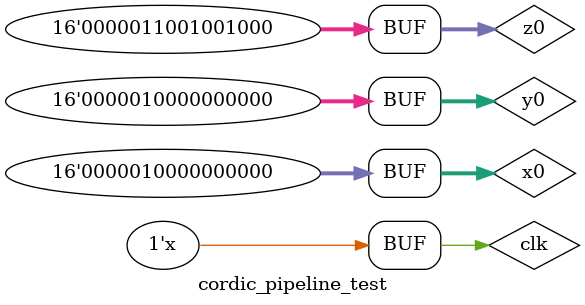
<source format=v>
`timescale 1ns / 1ps


module cordic_pipeline_test;

	// Inputs
	reg clk;
	reg [15:0] x0;
	reg [15:0] y0;
	reg [15:0] z0;

	// Outputs
	wire [15:0] out_x;
	wire [15:0] out_y;
	wire [15:0] out_z;

	// Instantiate the Unit Under Test (UUT)
	cordic_pipeline uut (
		.clk(clk), 
		.x0(x0), 
		.y0(y0), 
		.z0(z0), 
		.out_x(out_x), 
		.out_y(out_y), 
		.out_z(out_z)
	);

	always #20 clk = ~clk;
	
	initial begin
		// Initialize Inputs
		clk = 0;
		x0 = 16'b000001_0000000000;
		y0 = 16'b0;
		z0 = 16'b000000_1100100100;

		// Wait 100 ns for global reset to finish
		#460;
		
		x0 = 16'b000001_0000000000;
		y0 = 16'b0;
		z0 = 16'b000001_1001001000;

		// Wait 100 ns for global reset to finish
		
		#460;
		
		x0 = 16'b000001_0000000000;
		y0 = 16'b000001_0000000000;
		z0 = 16'b000001_1001001000;

		// Wait 100 ns for global reset to finish
		// Add stimulus here

	end
      
endmodule


</source>
